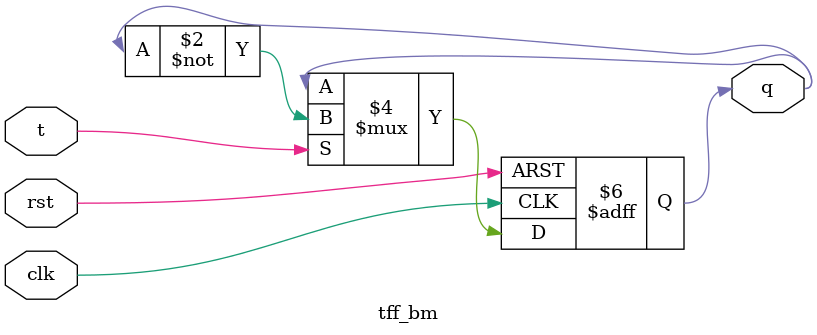
<source format=v>
module tff_bm (input clk,t,rst,output reg q);
	always @ (posedge clk,posedge rst)
	begin
		if(rst)
			q<=1'b0;
		else
		begin
			
			if (t)
				q<=~q;	
			else
				q<=q;
		end
	end
endmodule 
</source>
